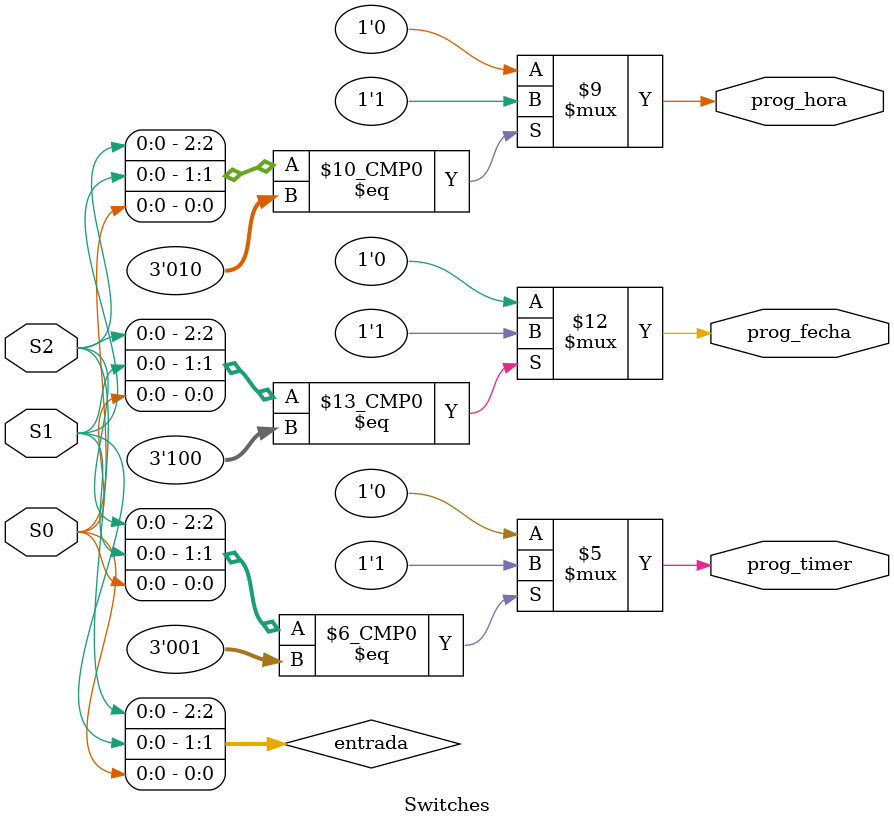
<source format=v>
`timescale 1ns / 1ps
module Switches(
    input wire S2, S1, S0, // 3 switches.
	 output reg prog_fecha, // Bandera que indica programar fecha.
	 output reg prog_hora, // Bandera que indica programar hora.
	 output reg prog_timer // Bandera que indica programar timer.
    );

	wire [2:0] entrada;
	assign entrada = {S2,S1,S0}; // Concatena los switches en un bus.

	always @* begin
		case(entrada)
			3'b001: begin // Activo S0 = Programar timer.
				prog_fecha = 1'b0;
				prog_hora = 1'b0;
				prog_timer = 1'b1;
			end
			3'b010: begin // Activo S1 = Programar hora.
				prog_fecha = 1'b0;
				prog_hora = 1'b1;
				prog_timer = 1'b0;
			end
			3'b100: begin // Activo S2 = Programar fecha.
				prog_fecha = 1'b1;
				prog_hora = 1'b0;
				prog_timer = 1'b0;
			end
			default: begin // Si no es alguna de las combinaciones, no da ninguna bandera.
				prog_fecha = 1'b0;
				prog_hora = 1'b0;
				prog_timer = 1'b0;
			end
		endcase
	end
endmodule

</source>
